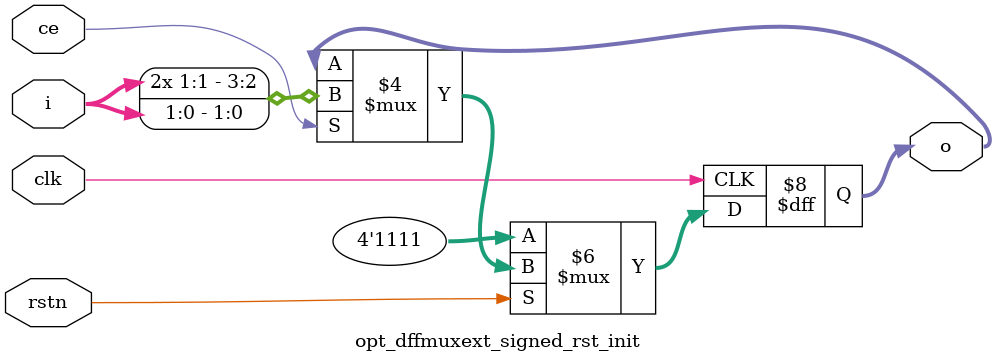
<source format=v>
module opt_dffmuxext_signed_rst_init(input clk, ce, rstn, input signed [1:0] i, output reg signed [3:0] o);
    initial o <= 4'b0010;
    always @(posedge clk) begin
        if (ce) o <= i;
        if (!rstn) o <= 4'b1111;
    end
endmodule

</source>
